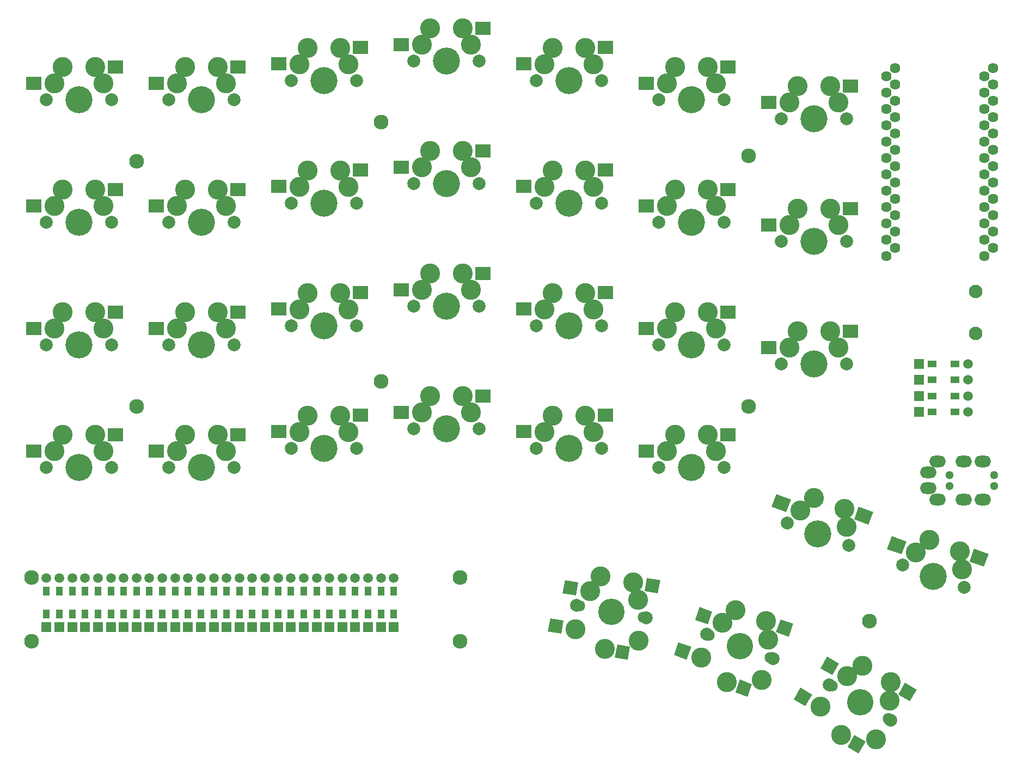
<source format=gbs>
%TF.GenerationSoftware,KiCad,Pcbnew,(5.1.6-0-10_14)*%
%TF.CreationDate,2020-07-09T23:16:05+02:00*%
%TF.ProjectId,splitkb,73706c69-746b-4622-9e6b-696361645f70,rev?*%
%TF.SameCoordinates,Original*%
%TF.FileFunction,Soldermask,Bot*%
%TF.FilePolarity,Negative*%
%FSLAX46Y46*%
G04 Gerber Fmt 4.6, Leading zero omitted, Abs format (unit mm)*
G04 Created by KiCad (PCBNEW (5.1.6-0-10_14)) date 2020-07-09 23:16:05*
%MOMM*%
%LPD*%
G01*
G04 APERTURE LIST*
%ADD10C,2.300000*%
%ADD11C,3.100000*%
%ADD12C,0.100000*%
%ADD13C,4.100000*%
%ADD14C,2.000000*%
%ADD15C,1.800000*%
%ADD16R,2.400000X2.100000*%
%ADD17C,4.200000*%
%ADD18C,1.497000*%
%ADD19R,1.497000X1.497000*%
%ADD20R,1.050000X1.400000*%
%ADD21R,1.400000X1.050000*%
%ADD22C,2.100000*%
%ADD23C,1.624000*%
%ADD24C,1.300000*%
%ADD25O,2.600000X1.800000*%
G04 APERTURE END LIST*
D10*
%TO.C, *%
X40700000Y-124200000D03*
%TD*%
%TO.C, *%
X152200000Y-97600000D03*
%TD*%
%TO.C, *%
X152200000Y-58700000D03*
%TD*%
%TO.C, *%
X95000000Y-93700000D03*
%TD*%
%TO.C, *%
X95000000Y-53400000D03*
%TD*%
%TO.C, *%
X57000000Y-97600000D03*
%TD*%
%TO.C, *%
X57000000Y-59500000D03*
%TD*%
%TO.C, *%
X171000000Y-131000000D03*
%TD*%
%TO.C, *%
X107300000Y-134100000D03*
%TD*%
%TO.C, *%
X107300000Y-124200000D03*
%TD*%
%TO.C, *%
X40700000Y-134100000D03*
%TD*%
D11*
%TO.C,SW27*%
X174069557Y-143305295D03*
X169840295Y-137930591D03*
X171980127Y-149304294D03*
D12*
G36*
X162069521Y-142369967D02*
G01*
X161019521Y-144188621D01*
X159200867Y-143138621D01*
X160250867Y-141319967D01*
X162069521Y-142369967D01*
G37*
G36*
X170365896Y-149700223D02*
G01*
X169315896Y-151518877D01*
X167583846Y-150518877D01*
X168633846Y-148700223D01*
X170365896Y-149700223D01*
G37*
D11*
X163319873Y-144304294D03*
X166550000Y-148709550D03*
D12*
G36*
X166228752Y-137565968D02*
G01*
X165178752Y-139384622D01*
X163360098Y-138334622D01*
X164410098Y-136515968D01*
X166228752Y-137565968D01*
G37*
D11*
X174239705Y-140470591D03*
D13*
X169500000Y-143600000D03*
D14*
X164736860Y-140850000D03*
X174263140Y-146350000D03*
D15*
X173899409Y-146140000D03*
X165100591Y-141060000D03*
D11*
X167470443Y-139495295D03*
D12*
G36*
X178324069Y-141616264D02*
G01*
X177274069Y-143434918D01*
X175455415Y-142384918D01*
X176505415Y-140566264D01*
X178324069Y-141616264D01*
G37*
%TD*%
D11*
%TO.C,SW22*%
X155248960Y-133816277D03*
X150150643Y-129257630D03*
X154232989Y-140086963D03*
D12*
G36*
X143268813Y-134978944D02*
G01*
X142550571Y-136952298D01*
X140577217Y-136234056D01*
X141295459Y-134260702D01*
X143268813Y-134978944D01*
G37*
G36*
X152712034Y-140757186D02*
G01*
X151993791Y-142730540D01*
X150114406Y-142046500D01*
X150832649Y-140073146D01*
X152712034Y-140757186D01*
G37*
D11*
X144836062Y-136666762D03*
X148782081Y-140444186D03*
D12*
G36*
X146530650Y-129525686D02*
G01*
X145812408Y-131499040D01*
X143839054Y-130780798D01*
X144557296Y-128807444D01*
X146530650Y-129525686D01*
G37*
D11*
X154924282Y-130995093D03*
D13*
X150800000Y-134900000D03*
D14*
X145631691Y-133018889D03*
X155968309Y-136781111D03*
D15*
X155573639Y-136637462D03*
X146026361Y-133162538D03*
D11*
X148088502Y-131210084D03*
D12*
G36*
X159145539Y-131414118D02*
G01*
X158427297Y-133387472D01*
X156453943Y-132669230D01*
X157172185Y-130695876D01*
X159145539Y-131414118D01*
G37*
%TD*%
D11*
%TO.C,SW17*%
X135003184Y-127660188D03*
X129190721Y-124056110D03*
X135091541Y-134012030D03*
D12*
G36*
X123406938Y-130885520D02*
G01*
X123042277Y-132953617D01*
X120974180Y-132588956D01*
X121338841Y-130520859D01*
X123406938Y-130885520D01*
G37*
G36*
X133710075Y-134936181D02*
G01*
X133345414Y-137004277D01*
X131375799Y-136656981D01*
X131740460Y-134588885D01*
X133710075Y-134936181D01*
G37*
D11*
X125243463Y-132275548D03*
X129785476Y-135310366D03*
D12*
G36*
X125672272Y-124948698D02*
G01*
X125307611Y-127016795D01*
X123239514Y-126652134D01*
X123604175Y-124584037D01*
X125672272Y-124948698D01*
G37*
D11*
X134193544Y-124938243D03*
D13*
X130810000Y-129500000D03*
D14*
X125393557Y-128544935D03*
X136226443Y-130455065D03*
D15*
X135812823Y-130382133D03*
X125807177Y-128617867D03*
D11*
X127498949Y-126336989D03*
D12*
G36*
X138423435Y-124617888D02*
G01*
X138058774Y-126685985D01*
X135990677Y-126321324D01*
X136355338Y-124253227D01*
X138423435Y-124617888D01*
G37*
%TD*%
D16*
%TO.C,SW9*%
X91800000Y-41830000D03*
D14*
X81020000Y-46950000D03*
X91180000Y-46950000D03*
D17*
X86100000Y-46950000D03*
D11*
X88640000Y-41870000D03*
X89910000Y-44409999D03*
X83560000Y-41870000D03*
X82290000Y-44410000D03*
D16*
X79100000Y-44370000D03*
%TD*%
%TO.C,SW30*%
X155300000Y-88470000D03*
D11*
X158490000Y-88510000D03*
X159760000Y-85970000D03*
X166110000Y-88509999D03*
X164840000Y-85970000D03*
D17*
X162300000Y-91050000D03*
D14*
X167380000Y-91050000D03*
X157220000Y-91050000D03*
D16*
X168000000Y-85930000D03*
%TD*%
%TO.C,SW2*%
X53700000Y-63880000D03*
D14*
X42920000Y-69000000D03*
X53080000Y-69000000D03*
D17*
X48000000Y-69000000D03*
D11*
X50540000Y-63920000D03*
X51810000Y-66459999D03*
X45460000Y-63920000D03*
X44190000Y-66460000D03*
D16*
X41000000Y-66420000D03*
%TD*%
D18*
%TO.C,D1*%
X43000000Y-124315000D03*
D19*
X43000000Y-131935000D03*
D20*
X43000000Y-129900000D03*
X43000000Y-126350000D03*
%TD*%
%TO.C,D2*%
X45000000Y-126350000D03*
X45000000Y-129900000D03*
D19*
X45000000Y-131935000D03*
D18*
X45000000Y-124315000D03*
%TD*%
%TO.C,D3*%
X47000000Y-124315000D03*
D19*
X47000000Y-131935000D03*
D20*
X47000000Y-129900000D03*
X47000000Y-126350000D03*
%TD*%
D18*
%TO.C,D4*%
X49000000Y-124315000D03*
D19*
X49000000Y-131935000D03*
D20*
X49000000Y-129900000D03*
X49000000Y-126350000D03*
%TD*%
%TO.C,D5*%
X51000000Y-126350000D03*
X51000000Y-129900000D03*
D19*
X51000000Y-131935000D03*
D18*
X51000000Y-124315000D03*
%TD*%
%TO.C,D6*%
X53000000Y-124315000D03*
D19*
X53000000Y-131935000D03*
D20*
X53000000Y-129900000D03*
X53000000Y-126350000D03*
%TD*%
D18*
%TO.C,D7*%
X55000000Y-124315000D03*
D19*
X55000000Y-131935000D03*
D20*
X55000000Y-129900000D03*
X55000000Y-126350000D03*
%TD*%
%TO.C,D8*%
X57000000Y-126350000D03*
X57000000Y-129900000D03*
D19*
X57000000Y-131935000D03*
D18*
X57000000Y-124315000D03*
%TD*%
D20*
%TO.C,D9*%
X59000000Y-126350000D03*
X59000000Y-129900000D03*
D19*
X59000000Y-131935000D03*
D18*
X59000000Y-124315000D03*
%TD*%
%TO.C,D10*%
X61000000Y-124315000D03*
D19*
X61000000Y-131935000D03*
D20*
X61000000Y-129900000D03*
X61000000Y-126350000D03*
%TD*%
%TO.C,D11*%
X63000000Y-126350000D03*
X63000000Y-129900000D03*
D19*
X63000000Y-131935000D03*
D18*
X63000000Y-124315000D03*
%TD*%
%TO.C,D12*%
X65000000Y-124315000D03*
D19*
X65000000Y-131935000D03*
D20*
X65000000Y-129900000D03*
X65000000Y-126350000D03*
%TD*%
%TO.C,D13*%
X67000000Y-126350000D03*
X67000000Y-129900000D03*
D19*
X67000000Y-131935000D03*
D18*
X67000000Y-124315000D03*
%TD*%
%TO.C,D14*%
X69000000Y-124315000D03*
D19*
X69000000Y-131935000D03*
D20*
X69000000Y-129900000D03*
X69000000Y-126350000D03*
%TD*%
D18*
%TO.C,D15*%
X71000000Y-124315000D03*
D19*
X71000000Y-131935000D03*
D20*
X71000000Y-129900000D03*
X71000000Y-126350000D03*
%TD*%
%TO.C,D16*%
X73000000Y-126350000D03*
X73000000Y-129900000D03*
D19*
X73000000Y-131935000D03*
D18*
X73000000Y-124315000D03*
%TD*%
D21*
%TO.C,D17*%
X184275000Y-98500000D03*
X180725000Y-98500000D03*
D19*
X178690000Y-98500000D03*
D18*
X186310000Y-98500000D03*
%TD*%
D20*
%TO.C,D18*%
X75000000Y-126350000D03*
X75000000Y-129900000D03*
D19*
X75000000Y-131935000D03*
D18*
X75000000Y-124315000D03*
%TD*%
%TO.C,D19*%
X77000000Y-124315000D03*
D19*
X77000000Y-131935000D03*
D20*
X77000000Y-129900000D03*
X77000000Y-126350000D03*
%TD*%
%TO.C,D20*%
X79000000Y-126350000D03*
X79000000Y-129900000D03*
D19*
X79000000Y-131935000D03*
D18*
X79000000Y-124315000D03*
%TD*%
%TO.C,D21*%
X81000000Y-124315000D03*
D19*
X81000000Y-131935000D03*
D20*
X81000000Y-129900000D03*
X81000000Y-126350000D03*
%TD*%
D21*
%TO.C,D22*%
X184275000Y-96000000D03*
X180725000Y-96000000D03*
D19*
X178690000Y-96000000D03*
D18*
X186310000Y-96000000D03*
%TD*%
%TO.C,D23*%
X83000000Y-124315000D03*
D19*
X83000000Y-131935000D03*
D20*
X83000000Y-129900000D03*
X83000000Y-126350000D03*
%TD*%
%TO.C,D24*%
X85000000Y-126350000D03*
X85000000Y-129900000D03*
D19*
X85000000Y-131935000D03*
D18*
X85000000Y-124315000D03*
%TD*%
%TO.C,D25*%
X87000000Y-124315000D03*
D19*
X87000000Y-131935000D03*
D20*
X87000000Y-129900000D03*
X87000000Y-126350000D03*
%TD*%
%TO.C,D26*%
X89000000Y-126350000D03*
X89000000Y-129900000D03*
D19*
X89000000Y-131935000D03*
D18*
X89000000Y-124315000D03*
%TD*%
%TO.C,D27*%
X186310000Y-93500000D03*
D19*
X178690000Y-93500000D03*
D21*
X180725000Y-93500000D03*
X184275000Y-93500000D03*
%TD*%
D18*
%TO.C,D28*%
X91000000Y-124315000D03*
D19*
X91000000Y-131935000D03*
D20*
X91000000Y-129900000D03*
X91000000Y-126350000D03*
%TD*%
%TO.C,D29*%
X93000000Y-126350000D03*
X93000000Y-129900000D03*
D19*
X93000000Y-131935000D03*
D18*
X93000000Y-124315000D03*
%TD*%
D20*
%TO.C,D30*%
X95000000Y-126350000D03*
X95000000Y-129900000D03*
D19*
X95000000Y-131935000D03*
D18*
X95000000Y-124315000D03*
%TD*%
%TO.C,D31*%
X97000000Y-124315000D03*
D19*
X97000000Y-131935000D03*
D20*
X97000000Y-129900000D03*
X97000000Y-126350000D03*
%TD*%
D21*
%TO.C,D32*%
X184275000Y-91000000D03*
X180725000Y-91000000D03*
D19*
X178690000Y-91000000D03*
D18*
X186310000Y-91000000D03*
%TD*%
D22*
%TO.C,K1*%
X187500000Y-79750000D03*
X187500000Y-86250000D03*
%TD*%
D23*
%TO.C,U1*%
X174936400Y-45022000D03*
X174936400Y-47562000D03*
X174936400Y-50102000D03*
X174936400Y-52642000D03*
X174936400Y-55182000D03*
X174936400Y-57722000D03*
X174936400Y-60262000D03*
X174936400Y-62802000D03*
X174936400Y-65342000D03*
X174936400Y-67882000D03*
X174936400Y-70422000D03*
X174936400Y-72962000D03*
X190156400Y-72962000D03*
X190156400Y-70422000D03*
X190156400Y-67882000D03*
X190156400Y-65342000D03*
X190156400Y-62802000D03*
X190156400Y-60262000D03*
X190156400Y-57722000D03*
X190156400Y-55182000D03*
X190156400Y-52642000D03*
X190156400Y-50102000D03*
X190156400Y-47562000D03*
X190156400Y-45022000D03*
X173610000Y-46292000D03*
X173610000Y-48832000D03*
X173610000Y-51372000D03*
X173610000Y-53912000D03*
X173610000Y-56452000D03*
X173610000Y-58992000D03*
X173610000Y-61532000D03*
X173610000Y-64072000D03*
X173610000Y-66612000D03*
X173610000Y-69152000D03*
X173610000Y-71692000D03*
X173610000Y-74232000D03*
X188850000Y-74232000D03*
X188850000Y-71692000D03*
X188850000Y-69152000D03*
X188850000Y-66612000D03*
X188850000Y-64072000D03*
X188850000Y-61532000D03*
X188850000Y-58992000D03*
X188850000Y-56452000D03*
X188850000Y-53912000D03*
X188850000Y-51372000D03*
X188850000Y-48832000D03*
X188850000Y-46292000D03*
%TD*%
D24*
%TO.C,J1*%
X183400000Y-108250000D03*
X190400000Y-108250000D03*
D25*
X181600000Y-106150000D03*
X180100000Y-110350000D03*
X188600000Y-106150000D03*
X185600000Y-106150000D03*
D24*
X190400000Y-110000000D03*
X183400000Y-110000000D03*
D25*
X188600000Y-112100000D03*
X185600000Y-112100000D03*
X181600000Y-112100000D03*
X180100000Y-107900000D03*
%TD*%
D16*
%TO.C,SW1*%
X53700000Y-44830000D03*
D14*
X42920000Y-49950000D03*
X53080000Y-49950000D03*
D17*
X48000000Y-49950000D03*
D11*
X50540000Y-44870000D03*
X51810000Y-47409999D03*
X45460000Y-44870000D03*
X44190000Y-47410000D03*
D16*
X41000000Y-47370000D03*
%TD*%
%TO.C,SW3*%
X53700000Y-82930000D03*
D14*
X42920000Y-88050000D03*
X53080000Y-88050000D03*
D17*
X48000000Y-88050000D03*
D11*
X50540000Y-82970000D03*
X51810000Y-85509999D03*
X45460000Y-82970000D03*
X44190000Y-85510000D03*
D16*
X41000000Y-85470000D03*
%TD*%
%TO.C,SW4*%
X41000000Y-104520000D03*
D11*
X44190000Y-104560000D03*
X45460000Y-102020000D03*
X51810000Y-104559999D03*
X50540000Y-102020000D03*
D17*
X48000000Y-107100000D03*
D14*
X53080000Y-107100000D03*
X42920000Y-107100000D03*
D16*
X53700000Y-101980000D03*
%TD*%
%TO.C,SW5*%
X60050000Y-47370000D03*
D11*
X63240000Y-47410000D03*
X64510000Y-44870000D03*
X70860000Y-47409999D03*
X69590000Y-44870000D03*
D17*
X67050000Y-49950000D03*
D14*
X72130000Y-49950000D03*
X61970000Y-49950000D03*
D16*
X72750000Y-44830000D03*
%TD*%
%TO.C,SW6*%
X60050000Y-66420000D03*
D11*
X63240000Y-66460000D03*
X64510000Y-63920000D03*
X70860000Y-66459999D03*
X69590000Y-63920000D03*
D17*
X67050000Y-69000000D03*
D14*
X72130000Y-69000000D03*
X61970000Y-69000000D03*
D16*
X72750000Y-63880000D03*
%TD*%
%TO.C,SW7*%
X72750000Y-82930000D03*
D14*
X61970000Y-88050000D03*
X72130000Y-88050000D03*
D17*
X67050000Y-88050000D03*
D11*
X69590000Y-82970000D03*
X70860000Y-85509999D03*
X64510000Y-82970000D03*
X63240000Y-85510000D03*
D16*
X60050000Y-85470000D03*
%TD*%
%TO.C,SW8*%
X72750000Y-101980000D03*
D14*
X61970000Y-107100000D03*
X72130000Y-107100000D03*
D17*
X67050000Y-107100000D03*
D11*
X69590000Y-102020000D03*
X70860000Y-104559999D03*
X64510000Y-102020000D03*
X63240000Y-104560000D03*
D16*
X60050000Y-104520000D03*
%TD*%
%TO.C,SW10*%
X91800000Y-60880000D03*
D14*
X81020000Y-66000000D03*
X91180000Y-66000000D03*
D17*
X86100000Y-66000000D03*
D11*
X88640000Y-60920000D03*
X89910000Y-63459999D03*
X83560000Y-60920000D03*
X82290000Y-63460000D03*
D16*
X79100000Y-63420000D03*
%TD*%
%TO.C,SW11*%
X79100000Y-82470000D03*
D11*
X82290000Y-82510000D03*
X83560000Y-79970000D03*
X89910000Y-82509999D03*
X88640000Y-79970000D03*
D17*
X86100000Y-85050000D03*
D14*
X91180000Y-85050000D03*
X81020000Y-85050000D03*
D16*
X91800000Y-79930000D03*
%TD*%
%TO.C,SW12*%
X79100000Y-101520000D03*
D11*
X82290000Y-101560000D03*
X83560000Y-99020000D03*
X89910000Y-101559999D03*
X88640000Y-99020000D03*
D17*
X86100000Y-104100000D03*
D14*
X91180000Y-104100000D03*
X81020000Y-104100000D03*
D16*
X91800000Y-98980000D03*
%TD*%
%TO.C,SW13*%
X98150000Y-41370000D03*
D11*
X101340000Y-41410000D03*
X102610000Y-38870000D03*
X108960000Y-41409999D03*
X107690000Y-38870000D03*
D17*
X105150000Y-43950000D03*
D14*
X110230000Y-43950000D03*
X100070000Y-43950000D03*
D16*
X110850000Y-38830000D03*
%TD*%
%TO.C,SW14*%
X98150000Y-60420000D03*
D11*
X101340000Y-60460000D03*
X102610000Y-57920000D03*
X108960000Y-60459999D03*
X107690000Y-57920000D03*
D17*
X105150000Y-63000000D03*
D14*
X110230000Y-63000000D03*
X100070000Y-63000000D03*
D16*
X110850000Y-57880000D03*
%TD*%
%TO.C,SW15*%
X98150000Y-79470000D03*
D11*
X101340000Y-79510000D03*
X102610000Y-76970000D03*
X108960000Y-79509999D03*
X107690000Y-76970000D03*
D17*
X105150000Y-82050000D03*
D14*
X110230000Y-82050000D03*
X100070000Y-82050000D03*
D16*
X110850000Y-76930000D03*
%TD*%
%TO.C,SW16*%
X98150000Y-98520000D03*
D11*
X101340000Y-98560000D03*
X102610000Y-96020000D03*
X108960000Y-98559999D03*
X107690000Y-96020000D03*
D17*
X105150000Y-101100000D03*
D14*
X110230000Y-101100000D03*
X100070000Y-101100000D03*
D16*
X110850000Y-95980000D03*
%TD*%
%TO.C,SW18*%
X129900000Y-41830000D03*
D14*
X119120000Y-46950000D03*
X129280000Y-46950000D03*
D17*
X124200000Y-46950000D03*
D11*
X126740000Y-41870000D03*
X128010000Y-44409999D03*
X121660000Y-41870000D03*
X120390000Y-44410000D03*
D16*
X117200000Y-44370000D03*
%TD*%
%TO.C,SW19*%
X117200000Y-63420000D03*
D11*
X120390000Y-63460000D03*
X121660000Y-60920000D03*
X128010000Y-63459999D03*
X126740000Y-60920000D03*
D17*
X124200000Y-66000000D03*
D14*
X129280000Y-66000000D03*
X119120000Y-66000000D03*
D16*
X129900000Y-60880000D03*
%TD*%
%TO.C,SW20*%
X129900000Y-79930000D03*
D14*
X119120000Y-85050000D03*
X129280000Y-85050000D03*
D17*
X124200000Y-85050000D03*
D11*
X126740000Y-79970000D03*
X128010000Y-82509999D03*
X121660000Y-79970000D03*
X120390000Y-82510000D03*
D16*
X117200000Y-82470000D03*
%TD*%
%TO.C,SW21*%
X117200000Y-101520000D03*
D11*
X120390000Y-101560000D03*
X121660000Y-99020000D03*
X128010000Y-101559999D03*
X126740000Y-99020000D03*
D17*
X124200000Y-104100000D03*
D14*
X129280000Y-104100000D03*
X119120000Y-104100000D03*
D16*
X129900000Y-98980000D03*
%TD*%
%TO.C,SW23*%
X148950000Y-44830000D03*
D14*
X138170000Y-49950000D03*
X148330000Y-49950000D03*
D17*
X143250000Y-49950000D03*
D11*
X145790000Y-44870000D03*
X147060000Y-47409999D03*
X140710000Y-44870000D03*
X139440000Y-47410000D03*
D16*
X136250000Y-47370000D03*
%TD*%
%TO.C,SW24*%
X148950000Y-63880000D03*
D14*
X138170000Y-69000000D03*
X148330000Y-69000000D03*
D17*
X143250000Y-69000000D03*
D11*
X145790000Y-63920000D03*
X147060000Y-66459999D03*
X140710000Y-63920000D03*
X139440000Y-66460000D03*
D16*
X136250000Y-66420000D03*
%TD*%
%TO.C,SW25*%
X148950000Y-82930000D03*
D14*
X138170000Y-88050000D03*
X148330000Y-88050000D03*
D17*
X143250000Y-88050000D03*
D11*
X145790000Y-82970000D03*
X147060000Y-85509999D03*
X140710000Y-82970000D03*
X139440000Y-85510000D03*
D16*
X136250000Y-85470000D03*
%TD*%
%TO.C,SW26*%
X148950000Y-101980000D03*
D14*
X138170000Y-107100000D03*
X148330000Y-107100000D03*
D17*
X143250000Y-107100000D03*
D11*
X145790000Y-102020000D03*
X147060000Y-104559999D03*
X140710000Y-102020000D03*
X139440000Y-104560000D03*
D16*
X136250000Y-104520000D03*
%TD*%
%TO.C,SW28*%
X168000000Y-47830000D03*
D14*
X157220000Y-52950000D03*
X167380000Y-52950000D03*
D17*
X162300000Y-52950000D03*
D11*
X164840000Y-47870000D03*
X166110000Y-50409999D03*
X159760000Y-47870000D03*
X158490000Y-50410000D03*
D16*
X155300000Y-50370000D03*
%TD*%
%TO.C,SW29*%
X155300000Y-69420000D03*
D11*
X158490000Y-69460000D03*
X159760000Y-66920000D03*
X166110000Y-69459999D03*
X164840000Y-66920000D03*
D17*
X162300000Y-72000000D03*
D14*
X167380000Y-72000000D03*
X157220000Y-72000000D03*
D16*
X168000000Y-66880000D03*
%TD*%
D12*
%TO.C,SW31*%
G36*
X158741316Y-112055199D02*
G01*
X158023074Y-114028553D01*
X155767812Y-113207705D01*
X156486054Y-111234351D01*
X158741316Y-112055199D01*
G37*
D11*
X160238502Y-113760084D03*
X162300643Y-111807630D03*
X167398960Y-116366277D03*
X167074282Y-113545093D03*
D17*
X162950000Y-117450000D03*
D14*
X167723639Y-119187462D03*
X158176361Y-115712538D03*
D12*
G36*
X171544143Y-114012036D02*
G01*
X170825901Y-115985390D01*
X168570639Y-115164542D01*
X169288881Y-113191188D01*
X171544143Y-114012036D01*
G37*
%TD*%
%TO.C,SW32*%
G36*
X176691316Y-118605199D02*
G01*
X175973074Y-120578553D01*
X173717812Y-119757705D01*
X174436054Y-117784351D01*
X176691316Y-118605199D01*
G37*
D11*
X178188502Y-120310084D03*
X180250643Y-118357630D03*
X185348960Y-122916277D03*
X185024282Y-120095093D03*
D17*
X180900000Y-124000000D03*
D14*
X185673639Y-125737462D03*
X176126361Y-122262538D03*
D12*
G36*
X189494143Y-120562036D02*
G01*
X188775901Y-122535390D01*
X186520639Y-121714542D01*
X187238881Y-119741188D01*
X189494143Y-120562036D01*
G37*
%TD*%
M02*

</source>
